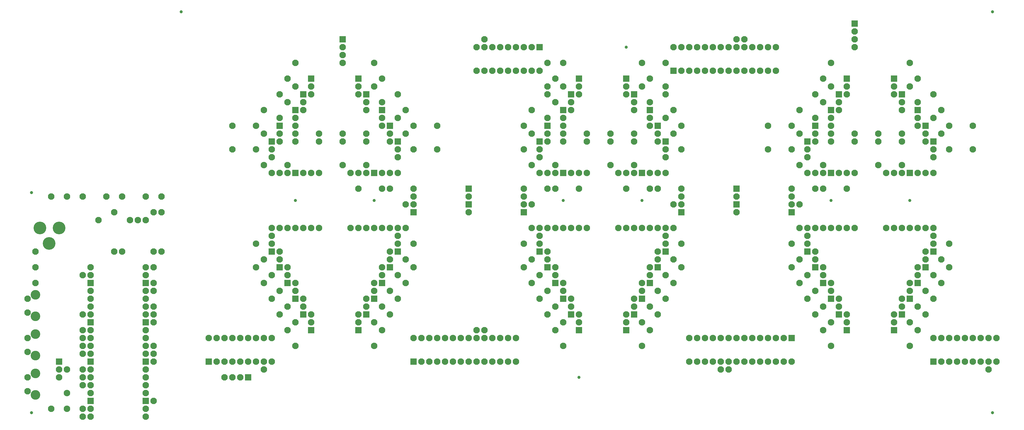
<source format=gbs>
G04 #@! TF.GenerationSoftware,KiCad,Pcbnew,8.0.7*
G04 #@! TF.CreationDate,2025-01-27T21:14:37+01:00*
G04 #@! TF.ProjectId,Main,4d61696e-2e6b-4696-9361-645f70636258,rev?*
G04 #@! TF.SameCoordinates,Original*
G04 #@! TF.FileFunction,Soldermask,Bot*
G04 #@! TF.FilePolarity,Negative*
%FSLAX46Y46*%
G04 Gerber Fmt 4.6, Leading zero omitted, Abs format (unit mm)*
G04 Created by KiCad (PCBNEW 8.0.7) date 2025-01-27 21:14:37*
%MOMM*%
%LPD*%
G01*
G04 APERTURE LIST*
G04 Aperture macros list*
%AMRoundRect*
0 Rectangle with rounded corners*
0 $1 Rounding radius*
0 $2 $3 $4 $5 $6 $7 $8 $9 X,Y pos of 4 corners*
0 Add a 4 corners polygon primitive as box body*
4,1,4,$2,$3,$4,$5,$6,$7,$8,$9,$2,$3,0*
0 Add four circle primitives for the rounded corners*
1,1,$1+$1,$2,$3*
1,1,$1+$1,$4,$5*
1,1,$1+$1,$6,$7*
1,1,$1+$1,$8,$9*
0 Add four rect primitives between the rounded corners*
20,1,$1+$1,$2,$3,$4,$5,0*
20,1,$1+$1,$4,$5,$6,$7,0*
20,1,$1+$1,$6,$7,$8,$9,0*
20,1,$1+$1,$8,$9,$2,$3,0*%
G04 Aperture macros list end*
%ADD10C,2.100000*%
%ADD11RoundRect,0.050000X1.000000X1.000000X-1.000000X1.000000X-1.000000X-1.000000X1.000000X-1.000000X0*%
%ADD12RoundRect,0.050000X-1.000000X-1.000000X1.000000X-1.000000X1.000000X1.000000X-1.000000X1.000000X0*%
%ADD13C,1.000000*%
%ADD14C,3.100000*%
%ADD15RoundRect,0.050000X-1.000000X1.000000X-1.000000X-1.000000X1.000000X-1.000000X1.000000X1.000000X0*%
%ADD16C,4.100000*%
G04 APERTURE END LIST*
D10*
X93980000Y-129540000D03*
X241300000Y-86360000D03*
X248920000Y-86360000D03*
X299720000Y-83820000D03*
X299720000Y-91440000D03*
X55880000Y-129540000D03*
X175260000Y-78740000D03*
X175260000Y-86360000D03*
X71120000Y-157480000D03*
X299720000Y-129540000D03*
X299720000Y-121920000D03*
X302260000Y-78740000D03*
X302260000Y-86360000D03*
X248920000Y-88900000D03*
X241300000Y-88900000D03*
X261620000Y-109220000D03*
X261620000Y-116840000D03*
X177800000Y-83820000D03*
X177800000Y-91440000D03*
D11*
X139700000Y-78740000D03*
D10*
X139700000Y-81280000D03*
X139700000Y-83820000D03*
X185420000Y-91440000D03*
X185420000Y-83820000D03*
X213360000Y-83820000D03*
X213360000Y-91440000D03*
X251460000Y-63500000D03*
X251460000Y-71120000D03*
X312420000Y-63500000D03*
X312420000Y-71120000D03*
D12*
X264160000Y-111760000D03*
D10*
X264160000Y-109220000D03*
X264160000Y-106680000D03*
X71120000Y-149860000D03*
X312420000Y-154940000D03*
X312420000Y-147320000D03*
X137160000Y-149860000D03*
X137160000Y-142240000D03*
D12*
X165100000Y-139700000D03*
D10*
X165100000Y-137160000D03*
X165100000Y-134620000D03*
X350520000Y-83820000D03*
X350520000Y-91440000D03*
X256540000Y-104140000D03*
X264160000Y-104140000D03*
D12*
X137160000Y-134620000D03*
D10*
X137160000Y-132080000D03*
X137160000Y-129540000D03*
D11*
X226060000Y-78740000D03*
D10*
X226060000Y-81280000D03*
X226060000Y-83820000D03*
X93980000Y-142240000D03*
D12*
X332740000Y-149860000D03*
D10*
X332740000Y-147320000D03*
X332740000Y-144780000D03*
X254000000Y-149860000D03*
X254000000Y-142240000D03*
X55880000Y-124460000D03*
X127000000Y-83820000D03*
X127000000Y-91440000D03*
X350520000Y-129540000D03*
X350520000Y-121920000D03*
X55880000Y-134620000D03*
X330200000Y-99060000D03*
X332740000Y-99060000D03*
X335280000Y-99060000D03*
D12*
X337820000Y-99060000D03*
D10*
X340360000Y-99060000D03*
X342900000Y-99060000D03*
X345440000Y-99060000D03*
X330200000Y-116840000D03*
X332740000Y-116840000D03*
X335280000Y-116840000D03*
X337820000Y-116840000D03*
X340360000Y-116840000D03*
X342900000Y-116840000D03*
X345440000Y-116840000D03*
D12*
X170180000Y-129540000D03*
D10*
X170180000Y-127000000D03*
X170180000Y-124460000D03*
X320040000Y-86360000D03*
X312420000Y-86360000D03*
D11*
X261620000Y-66040000D03*
D10*
X264160000Y-66040000D03*
X266700000Y-66040000D03*
X269240000Y-66040000D03*
X271780000Y-66040000D03*
X274320000Y-66040000D03*
X276860000Y-66040000D03*
X279400000Y-66040000D03*
X281940000Y-66040000D03*
X284480000Y-66040000D03*
X287020000Y-66040000D03*
X289560000Y-66040000D03*
X292100000Y-66040000D03*
X294640000Y-66040000D03*
X294640000Y-58420000D03*
X292100000Y-58420000D03*
X289560000Y-58420000D03*
X287020000Y-58420000D03*
X284480000Y-58420000D03*
X281940000Y-58420000D03*
X279400000Y-58420000D03*
X276860000Y-58420000D03*
X274320000Y-58420000D03*
X271780000Y-58420000D03*
X269240000Y-58420000D03*
X266700000Y-58420000D03*
X264160000Y-58420000D03*
X261620000Y-58420000D03*
X340360000Y-149860000D03*
X340360000Y-142240000D03*
X327660000Y-86360000D03*
X335280000Y-86360000D03*
X71120000Y-167640000D03*
X226060000Y-154940000D03*
X226060000Y-147320000D03*
X60960000Y-106680000D03*
D11*
X162560000Y-73660000D03*
D10*
X162560000Y-76200000D03*
X162560000Y-78740000D03*
X71120000Y-144780000D03*
D13*
X312420000Y-107950000D03*
D10*
X129540000Y-96520000D03*
X137160000Y-96520000D03*
X259080000Y-63500000D03*
X259080000Y-71120000D03*
D11*
X246380000Y-68580000D03*
D10*
X246380000Y-71120000D03*
X246380000Y-73660000D03*
X213360000Y-129540000D03*
X213360000Y-121920000D03*
D12*
X340360000Y-134620000D03*
D10*
X340360000Y-132080000D03*
X340360000Y-129540000D03*
X215900000Y-78740000D03*
X215900000Y-86360000D03*
D11*
X170180000Y-83820000D03*
D10*
X170180000Y-86360000D03*
X170180000Y-88900000D03*
D14*
X55880000Y-138450000D03*
X55880000Y-145450000D03*
D10*
X53380000Y-139700000D03*
X53380000Y-144200000D03*
X177800000Y-129540000D03*
X177800000Y-121920000D03*
X279400000Y-162560000D03*
X340360000Y-68580000D03*
X340360000Y-76200000D03*
X363220000Y-162560000D03*
X172720000Y-73660000D03*
X172720000Y-81280000D03*
D12*
X299720000Y-152400000D03*
D10*
X297180000Y-152400000D03*
X294640000Y-152400000D03*
X292100000Y-152400000D03*
X289560000Y-152400000D03*
X287020000Y-152400000D03*
X284480000Y-152400000D03*
X281940000Y-152400000D03*
X279400000Y-152400000D03*
X276860000Y-152400000D03*
X274320000Y-152400000D03*
X271780000Y-152400000D03*
X269240000Y-152400000D03*
X266700000Y-152400000D03*
X266700000Y-160020000D03*
X269240000Y-160020000D03*
X271780000Y-160020000D03*
X274320000Y-160020000D03*
X276860000Y-160020000D03*
X279400000Y-160020000D03*
X281940000Y-160020000D03*
X284480000Y-160020000D03*
X287020000Y-160020000D03*
X289560000Y-160020000D03*
X292100000Y-160020000D03*
X294640000Y-160020000D03*
X297180000Y-160020000D03*
X299720000Y-160020000D03*
X302260000Y-134620000D03*
X302260000Y-127000000D03*
D11*
X345440000Y-88900000D03*
D10*
X345440000Y-91440000D03*
X345440000Y-93980000D03*
X165100000Y-154940000D03*
X165100000Y-147320000D03*
X327660000Y-96520000D03*
X335280000Y-96520000D03*
D11*
X314960000Y-73660000D03*
D10*
X314960000Y-76200000D03*
X314960000Y-78740000D03*
X83820000Y-106680000D03*
D12*
X226060000Y-139700000D03*
D10*
X226060000Y-137160000D03*
X226060000Y-134620000D03*
X129540000Y-162560000D03*
X220980000Y-63500000D03*
X220980000Y-71120000D03*
X134620000Y-144780000D03*
X134620000Y-137160000D03*
D14*
X55880000Y-151150000D03*
X55880000Y-158150000D03*
D10*
X53380000Y-152400000D03*
X53380000Y-156900000D03*
X264160000Y-129540000D03*
X264160000Y-121920000D03*
D11*
X312420000Y-78740000D03*
D10*
X312420000Y-81280000D03*
X312420000Y-83820000D03*
D11*
X63500000Y-160020000D03*
D10*
X63500000Y-162560000D03*
X63500000Y-165100000D03*
D12*
X317500000Y-149860000D03*
D10*
X317500000Y-147320000D03*
X317500000Y-144780000D03*
D12*
X213360000Y-111760000D03*
D10*
X213360000Y-109220000D03*
X213360000Y-106680000D03*
X96520000Y-106680000D03*
D12*
X307340000Y-129540000D03*
D10*
X307340000Y-127000000D03*
X307340000Y-124460000D03*
X154940000Y-96520000D03*
X162560000Y-96520000D03*
X93980000Y-154940000D03*
D11*
X254000000Y-78740000D03*
D10*
X254000000Y-81280000D03*
X254000000Y-83820000D03*
D12*
X312420000Y-139700000D03*
D10*
X312420000Y-137160000D03*
X312420000Y-134620000D03*
X71120000Y-162560000D03*
X259080000Y-73660000D03*
X259080000Y-81280000D03*
D12*
X337820000Y-139700000D03*
D10*
X337820000Y-137160000D03*
X337820000Y-134620000D03*
X276860000Y-162560000D03*
D11*
X332740000Y-68580000D03*
D10*
X332740000Y-71120000D03*
X332740000Y-73660000D03*
D13*
X364490000Y-46990000D03*
D10*
X154940000Y-86360000D03*
X162560000Y-86360000D03*
D13*
X139700000Y-107950000D03*
D10*
X223520000Y-149860000D03*
X223520000Y-142240000D03*
X246380000Y-104140000D03*
X254000000Y-104140000D03*
D11*
X142240000Y-73660000D03*
D10*
X142240000Y-76200000D03*
X142240000Y-78740000D03*
X129540000Y-78740000D03*
X129540000Y-86360000D03*
X337820000Y-63500000D03*
X337820000Y-71120000D03*
D11*
X111760000Y-160020000D03*
D10*
X114300000Y-160020000D03*
X116840000Y-160020000D03*
X119380000Y-160020000D03*
X121920000Y-160020000D03*
X124460000Y-160020000D03*
X127000000Y-160020000D03*
X129540000Y-160020000D03*
X132080000Y-160020000D03*
X132080000Y-152400000D03*
X129540000Y-152400000D03*
X127000000Y-152400000D03*
X124460000Y-152400000D03*
X121920000Y-152400000D03*
X119380000Y-152400000D03*
X116840000Y-152400000D03*
X114300000Y-152400000D03*
X111760000Y-152400000D03*
X71120000Y-177800000D03*
D14*
X55880000Y-163850000D03*
X55880000Y-170850000D03*
D10*
X53380000Y-165100000D03*
X53380000Y-169600000D03*
X132080000Y-139700000D03*
X132080000Y-132080000D03*
D13*
X231140000Y-165100000D03*
D12*
X167640000Y-134620000D03*
D10*
X167640000Y-132080000D03*
X167640000Y-129540000D03*
D11*
X177800000Y-160020000D03*
D10*
X180340000Y-160020000D03*
X182880000Y-160020000D03*
X185420000Y-160020000D03*
X187960000Y-160020000D03*
X190500000Y-160020000D03*
X193040000Y-160020000D03*
X195580000Y-160020000D03*
X198120000Y-160020000D03*
X200660000Y-160020000D03*
X203200000Y-160020000D03*
X205740000Y-160020000D03*
X208280000Y-160020000D03*
X210820000Y-160020000D03*
X210820000Y-152400000D03*
X208280000Y-152400000D03*
X205740000Y-152400000D03*
X203200000Y-152400000D03*
X200660000Y-152400000D03*
X198120000Y-152400000D03*
X195580000Y-152400000D03*
X193040000Y-152400000D03*
X190500000Y-152400000D03*
X187960000Y-152400000D03*
X185420000Y-152400000D03*
X182880000Y-152400000D03*
X180340000Y-152400000D03*
X177800000Y-152400000D03*
D12*
X259080000Y-124460000D03*
D10*
X259080000Y-121920000D03*
X259080000Y-119380000D03*
D12*
X218440000Y-124460000D03*
D10*
X218440000Y-121920000D03*
X218440000Y-119380000D03*
D11*
X317500000Y-68580000D03*
D10*
X317500000Y-71120000D03*
X317500000Y-73660000D03*
D11*
X340360000Y-78740000D03*
D10*
X340360000Y-81280000D03*
X340360000Y-83820000D03*
D12*
X162560000Y-144780000D03*
D10*
X162560000Y-142240000D03*
X162560000Y-139700000D03*
X312420000Y-88900000D03*
X320040000Y-88900000D03*
X281940000Y-55880000D03*
X233680000Y-86360000D03*
X226060000Y-86360000D03*
D12*
X223520000Y-134620000D03*
D10*
X223520000Y-132080000D03*
X223520000Y-129540000D03*
X243840000Y-99060000D03*
X246380000Y-99060000D03*
X248920000Y-99060000D03*
D12*
X251460000Y-99060000D03*
D10*
X254000000Y-99060000D03*
X256540000Y-99060000D03*
X259080000Y-99060000D03*
X243840000Y-116840000D03*
X246380000Y-116840000D03*
X248920000Y-116840000D03*
X251460000Y-116840000D03*
X254000000Y-116840000D03*
X256540000Y-116840000D03*
X259080000Y-116840000D03*
D11*
X132080000Y-88900000D03*
D10*
X132080000Y-91440000D03*
X132080000Y-93980000D03*
X292100000Y-91440000D03*
X292100000Y-83820000D03*
X60960000Y-175260000D03*
X71120000Y-152400000D03*
D12*
X256540000Y-129540000D03*
D10*
X256540000Y-127000000D03*
X256540000Y-124460000D03*
D12*
X248920000Y-144780000D03*
D10*
X248920000Y-142240000D03*
X248920000Y-139700000D03*
X215900000Y-134620000D03*
X215900000Y-127000000D03*
X200660000Y-149860000D03*
D12*
X231140000Y-149860000D03*
D10*
X231140000Y-147320000D03*
X231140000Y-144780000D03*
X175260000Y-134620000D03*
X175260000Y-127000000D03*
X73660000Y-129540000D03*
X73660000Y-132080000D03*
D15*
X73660000Y-134620000D03*
D10*
X73660000Y-137160000D03*
X73660000Y-139700000D03*
X73660000Y-142240000D03*
X73660000Y-144780000D03*
D15*
X73660000Y-147320000D03*
D10*
X73660000Y-149860000D03*
X73660000Y-152400000D03*
X73660000Y-154940000D03*
X73660000Y-157480000D03*
D15*
X73660000Y-160020000D03*
D10*
X73660000Y-162560000D03*
X73660000Y-165100000D03*
X73660000Y-167640000D03*
X73660000Y-170180000D03*
D15*
X73660000Y-172720000D03*
D10*
X73660000Y-175260000D03*
X73660000Y-177800000D03*
X91440000Y-177800000D03*
X91440000Y-175260000D03*
D15*
X91440000Y-172720000D03*
D10*
X91440000Y-170180000D03*
X91440000Y-167640000D03*
X91440000Y-165100000D03*
X91440000Y-162560000D03*
D15*
X91440000Y-160020000D03*
D10*
X91440000Y-157480000D03*
X91440000Y-154940000D03*
X91440000Y-152400000D03*
X91440000Y-149860000D03*
D15*
X91440000Y-147320000D03*
D10*
X91440000Y-144780000D03*
X91440000Y-142240000D03*
X91440000Y-139700000D03*
X91440000Y-137160000D03*
D15*
X91440000Y-134620000D03*
D10*
X91440000Y-132080000D03*
X91440000Y-129540000D03*
X261620000Y-78740000D03*
X261620000Y-86360000D03*
X335280000Y-88900000D03*
X327660000Y-88900000D03*
X139700000Y-154940000D03*
X139700000Y-147320000D03*
X345440000Y-139700000D03*
X345440000Y-132080000D03*
D12*
X314960000Y-144780000D03*
D10*
X314960000Y-142240000D03*
X314960000Y-139700000D03*
X307340000Y-144780000D03*
X307340000Y-137160000D03*
X93980000Y-137160000D03*
X172720000Y-139700000D03*
X172720000Y-132080000D03*
D11*
X220980000Y-83820000D03*
D10*
X220980000Y-86360000D03*
X220980000Y-88900000D03*
X119380000Y-91440000D03*
X119380000Y-83820000D03*
D11*
X144780000Y-68580000D03*
D10*
X144780000Y-71120000D03*
X144780000Y-73660000D03*
X337820000Y-154940000D03*
X337820000Y-147320000D03*
D13*
X251460000Y-107950000D03*
D10*
X231140000Y-104140000D03*
X223520000Y-104140000D03*
X160020000Y-104140000D03*
X167640000Y-104140000D03*
X66040000Y-175260000D03*
D13*
X165100000Y-107950000D03*
D10*
X167640000Y-149860000D03*
X167640000Y-142240000D03*
X127000000Y-129540000D03*
X127000000Y-121920000D03*
X165100000Y-63500000D03*
X165100000Y-71120000D03*
X215900000Y-109220000D03*
X215900000Y-116840000D03*
D12*
X220980000Y-129540000D03*
D10*
X220980000Y-127000000D03*
X220980000Y-124460000D03*
X284480000Y-55880000D03*
D11*
X259080000Y-88900000D03*
D10*
X259080000Y-91440000D03*
X259080000Y-93980000D03*
X147320000Y-86360000D03*
X139700000Y-86360000D03*
X264160000Y-83820000D03*
X264160000Y-91440000D03*
X218440000Y-99060000D03*
X220980000Y-99060000D03*
X223520000Y-99060000D03*
D12*
X226060000Y-99060000D03*
D10*
X228600000Y-99060000D03*
X231140000Y-99060000D03*
X233680000Y-99060000D03*
X218440000Y-116840000D03*
X220980000Y-116840000D03*
X223520000Y-116840000D03*
X226060000Y-116840000D03*
X228600000Y-116840000D03*
X231140000Y-116840000D03*
X233680000Y-116840000D03*
X309880000Y-68580000D03*
X309880000Y-76200000D03*
D12*
X139700000Y-139700000D03*
D10*
X139700000Y-137160000D03*
X139700000Y-134620000D03*
X167640000Y-68580000D03*
X167640000Y-76200000D03*
X93980000Y-172720000D03*
X226060000Y-63500000D03*
X226060000Y-71120000D03*
D15*
X320040000Y-50800000D03*
D10*
X320040000Y-53340000D03*
X320040000Y-55880000D03*
X320040000Y-58420000D03*
D15*
X281940000Y-104140000D03*
D10*
X281940000Y-106680000D03*
D15*
X281940000Y-109220000D03*
D10*
X281940000Y-111760000D03*
D12*
X134620000Y-129540000D03*
D10*
X134620000Y-127000000D03*
X134620000Y-124460000D03*
D13*
X226060000Y-107950000D03*
D10*
X76200000Y-114300000D03*
X307340000Y-104140000D03*
X299720000Y-104140000D03*
D12*
X342900000Y-129540000D03*
D10*
X342900000Y-127000000D03*
X342900000Y-124460000D03*
X304800000Y-139700000D03*
X304800000Y-132080000D03*
X358140000Y-91440000D03*
X358140000Y-83820000D03*
D16*
X63500000Y-116840000D03*
X60300000Y-121840000D03*
X57300000Y-116840000D03*
D10*
X200660000Y-55880000D03*
D12*
X177800000Y-111760000D03*
D10*
X177800000Y-109220000D03*
X177800000Y-106680000D03*
X302260000Y-96520000D03*
X309880000Y-96520000D03*
X261620000Y-134620000D03*
X261620000Y-127000000D03*
X71120000Y-154940000D03*
D12*
X299720000Y-111760000D03*
D10*
X299720000Y-109220000D03*
X299720000Y-106680000D03*
D11*
X307340000Y-83820000D03*
D10*
X307340000Y-86360000D03*
X307340000Y-88900000D03*
D12*
X160020000Y-149860000D03*
D10*
X160020000Y-147320000D03*
X160020000Y-144780000D03*
D12*
X172720000Y-124460000D03*
D10*
X172720000Y-121920000D03*
X172720000Y-119380000D03*
X139700000Y-63500000D03*
X139700000Y-71120000D03*
X71120000Y-165100000D03*
D13*
X246380000Y-58420000D03*
D12*
X218440000Y-58420000D03*
D10*
X215900000Y-58420000D03*
X213360000Y-58420000D03*
X210820000Y-58420000D03*
X208280000Y-58420000D03*
X205740000Y-58420000D03*
X203200000Y-58420000D03*
X200660000Y-58420000D03*
X198120000Y-58420000D03*
X198120000Y-66040000D03*
X200660000Y-66040000D03*
X203200000Y-66040000D03*
X205740000Y-66040000D03*
X208280000Y-66040000D03*
X210820000Y-66040000D03*
X213360000Y-66040000D03*
X215900000Y-66040000D03*
X218440000Y-66040000D03*
X226060000Y-88900000D03*
X233680000Y-88900000D03*
X66040000Y-106680000D03*
X215900000Y-96520000D03*
X223520000Y-96520000D03*
D11*
X248920000Y-73660000D03*
D10*
X248920000Y-76200000D03*
X248920000Y-78740000D03*
X309880000Y-149860000D03*
X309880000Y-142240000D03*
X342900000Y-144780000D03*
X342900000Y-137160000D03*
D11*
X228600000Y-73660000D03*
D10*
X228600000Y-76200000D03*
X228600000Y-78740000D03*
D12*
X144780000Y-149860000D03*
D10*
X144780000Y-147320000D03*
X144780000Y-144780000D03*
D12*
X228600000Y-144780000D03*
D10*
X228600000Y-142240000D03*
X228600000Y-139700000D03*
D12*
X142240000Y-144780000D03*
D10*
X142240000Y-142240000D03*
X142240000Y-139700000D03*
X223520000Y-68580000D03*
X223520000Y-76200000D03*
X259080000Y-139700000D03*
X259080000Y-132080000D03*
D13*
X364490000Y-176530000D03*
D10*
X307340000Y-73660000D03*
X307340000Y-81280000D03*
D13*
X54610000Y-176530000D03*
D15*
X154940000Y-55880000D03*
D10*
X154940000Y-58420000D03*
X154940000Y-60960000D03*
X154940000Y-63500000D03*
X93980000Y-157480000D03*
D13*
X102870000Y-46990000D03*
D10*
X137160000Y-68580000D03*
X137160000Y-76200000D03*
D11*
X218440000Y-88900000D03*
D10*
X218440000Y-91440000D03*
X218440000Y-93980000D03*
X93980000Y-124460000D03*
X81280000Y-111760000D03*
X81280000Y-124460000D03*
X83820000Y-124460000D03*
X96520000Y-124460000D03*
X93980000Y-111760000D03*
X96520000Y-111760000D03*
X256540000Y-144780000D03*
X256540000Y-137160000D03*
D11*
X345440000Y-160020000D03*
D10*
X347980000Y-160020000D03*
X350520000Y-160020000D03*
X353060000Y-160020000D03*
X355600000Y-160020000D03*
X358140000Y-160020000D03*
X360680000Y-160020000D03*
X363220000Y-160020000D03*
X365760000Y-160020000D03*
X365760000Y-152400000D03*
X363220000Y-152400000D03*
X360680000Y-152400000D03*
X358140000Y-152400000D03*
X355600000Y-152400000D03*
X353060000Y-152400000D03*
X350520000Y-152400000D03*
X347980000Y-152400000D03*
X345440000Y-152400000D03*
X220980000Y-144780000D03*
X220980000Y-137160000D03*
D11*
X172720000Y-88900000D03*
D10*
X172720000Y-91440000D03*
X172720000Y-93980000D03*
X345440000Y-73660000D03*
X345440000Y-81280000D03*
D11*
X231140000Y-68580000D03*
D10*
X231140000Y-71120000D03*
X231140000Y-73660000D03*
X218440000Y-139700000D03*
X218440000Y-132080000D03*
X198120000Y-149860000D03*
D11*
X256540000Y-83820000D03*
D10*
X256540000Y-86360000D03*
X256540000Y-88900000D03*
X241300000Y-96520000D03*
X248920000Y-96520000D03*
D12*
X309880000Y-134620000D03*
D10*
X309880000Y-132080000D03*
X309880000Y-129540000D03*
X71120000Y-106680000D03*
D12*
X251460000Y-139700000D03*
D10*
X251460000Y-137160000D03*
X251460000Y-134620000D03*
X304800000Y-99060000D03*
X307340000Y-99060000D03*
X309880000Y-99060000D03*
D12*
X312420000Y-99060000D03*
D10*
X314960000Y-99060000D03*
X317500000Y-99060000D03*
X320040000Y-99060000D03*
X304800000Y-116840000D03*
X307340000Y-116840000D03*
X309880000Y-116840000D03*
X312420000Y-116840000D03*
X314960000Y-116840000D03*
X317500000Y-116840000D03*
X320040000Y-116840000D03*
X66040000Y-170180000D03*
X66040000Y-162560000D03*
X93980000Y-144780000D03*
X251460000Y-154940000D03*
X251460000Y-147320000D03*
X93980000Y-160020000D03*
X134620000Y-73660000D03*
X134620000Y-81280000D03*
X317500000Y-104140000D03*
X309880000Y-104140000D03*
X139700000Y-88900000D03*
X147320000Y-88900000D03*
D11*
X335280000Y-73660000D03*
D10*
X335280000Y-76200000D03*
X335280000Y-78740000D03*
X93980000Y-134620000D03*
X157480000Y-99060000D03*
X160020000Y-99060000D03*
X162560000Y-99060000D03*
D12*
X165100000Y-99060000D03*
D10*
X167640000Y-99060000D03*
X170180000Y-99060000D03*
X172720000Y-99060000D03*
X157480000Y-116840000D03*
X160020000Y-116840000D03*
X162560000Y-116840000D03*
X165100000Y-116840000D03*
X167640000Y-116840000D03*
X170180000Y-116840000D03*
X172720000Y-116840000D03*
X71120000Y-132080000D03*
X93980000Y-147320000D03*
X220980000Y-73660000D03*
X220980000Y-81280000D03*
D12*
X132080000Y-124460000D03*
D10*
X132080000Y-121920000D03*
X132080000Y-119380000D03*
D11*
X342900000Y-83820000D03*
D10*
X342900000Y-86360000D03*
X342900000Y-88900000D03*
D12*
X345440000Y-124460000D03*
D10*
X345440000Y-121920000D03*
X345440000Y-119380000D03*
D12*
X254000000Y-134620000D03*
D10*
X254000000Y-132080000D03*
X254000000Y-129540000D03*
X116840000Y-165100000D03*
X119380000Y-165100000D03*
X121920000Y-165100000D03*
D12*
X124460000Y-165100000D03*
D10*
X170180000Y-104140000D03*
X177800000Y-104140000D03*
X162560000Y-88900000D03*
X154940000Y-88900000D03*
X129540000Y-134620000D03*
X129540000Y-127000000D03*
D11*
X160020000Y-68580000D03*
D10*
X160020000Y-71120000D03*
X160020000Y-73660000D03*
X175260000Y-109220000D03*
X175260000Y-116840000D03*
X71120000Y-175260000D03*
D12*
X246380000Y-149860000D03*
D10*
X246380000Y-147320000D03*
X246380000Y-144780000D03*
D11*
X134620000Y-83820000D03*
D10*
X134620000Y-86360000D03*
X134620000Y-88900000D03*
D11*
X304800000Y-88900000D03*
D10*
X304800000Y-91440000D03*
X304800000Y-93980000D03*
D13*
X54610000Y-105410000D03*
D12*
X304800000Y-124460000D03*
D10*
X304800000Y-121920000D03*
X304800000Y-119380000D03*
X220980000Y-104140000D03*
X213360000Y-104140000D03*
X91440000Y-106680000D03*
D13*
X337820000Y-107950000D03*
D10*
X86360000Y-114300000D03*
X88900000Y-114300000D03*
X91440000Y-114300000D03*
D15*
X195580000Y-104140000D03*
D10*
X195580000Y-106680000D03*
D15*
X195580000Y-109220000D03*
D10*
X195580000Y-111760000D03*
X254000000Y-68580000D03*
X254000000Y-76200000D03*
X132080000Y-99060000D03*
X134620000Y-99060000D03*
X137160000Y-99060000D03*
D12*
X139700000Y-99060000D03*
D10*
X142240000Y-99060000D03*
X144780000Y-99060000D03*
X147320000Y-99060000D03*
X132080000Y-116840000D03*
X134620000Y-116840000D03*
X137160000Y-116840000D03*
X139700000Y-116840000D03*
X142240000Y-116840000D03*
X144780000Y-116840000D03*
X147320000Y-116840000D03*
X170180000Y-144780000D03*
X170180000Y-137160000D03*
D12*
X335280000Y-144780000D03*
D10*
X335280000Y-142240000D03*
X335280000Y-139700000D03*
X302260000Y-109220000D03*
X302260000Y-116840000D03*
X78740000Y-106680000D03*
X347980000Y-134620000D03*
X347980000Y-127000000D03*
D11*
X167640000Y-78740000D03*
D10*
X167640000Y-81280000D03*
X167640000Y-83820000D03*
X347980000Y-78740000D03*
X347980000Y-86360000D03*
M02*

</source>
